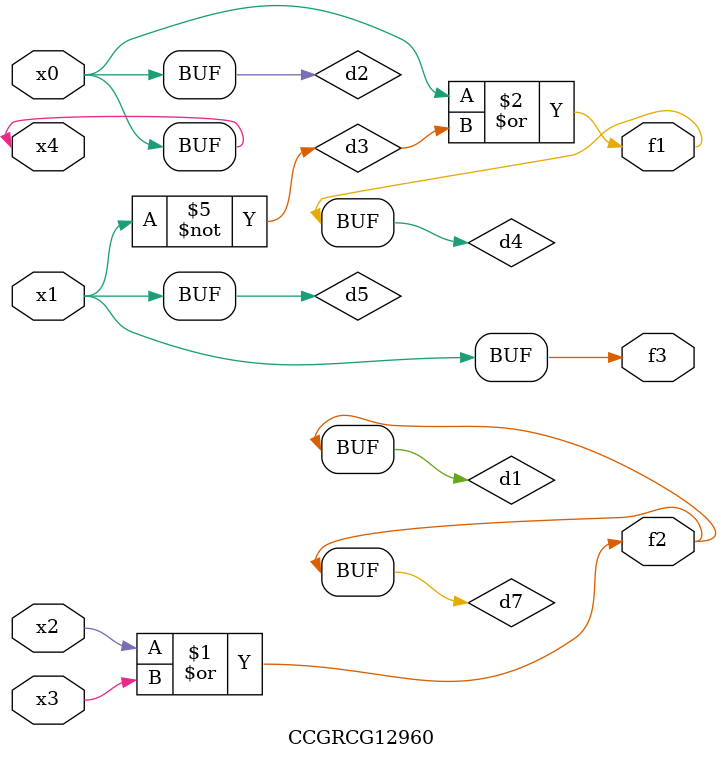
<source format=v>
module CCGRCG12960(
	input x0, x1, x2, x3, x4,
	output f1, f2, f3
);

	wire d1, d2, d3, d4, d5, d6, d7;

	or (d1, x2, x3);
	buf (d2, x0, x4);
	not (d3, x1);
	or (d4, d2, d3);
	not (d5, d3);
	nand (d6, d1, d3);
	or (d7, d1);
	assign f1 = d4;
	assign f2 = d7;
	assign f3 = d5;
endmodule

</source>
